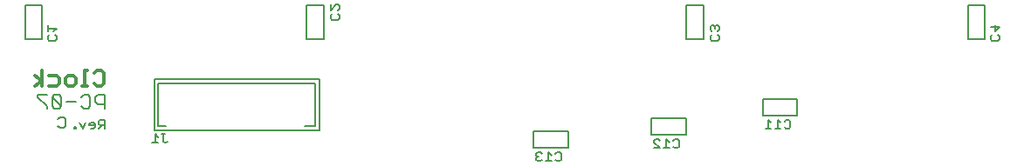
<source format=gbo>
G75*
G70*
%OFA0B0*%
%FSLAX24Y24*%
%IPPOS*%
%LPD*%
%AMOC8*
5,1,8,0,0,1.08239X$1,22.5*
%
%ADD10C,0.0070*%
%ADD11C,0.0080*%
%ADD12C,0.0120*%
D10*
X010715Y001865D02*
X010770Y001865D01*
X010770Y001920D01*
X010715Y001920D01*
X010715Y001865D01*
X010918Y002085D02*
X011028Y001865D01*
X011138Y002085D01*
X011286Y002030D02*
X011342Y002085D01*
X011452Y002085D01*
X011507Y002030D01*
X011507Y001920D01*
X011452Y001865D01*
X011342Y001865D01*
X011655Y001865D02*
X011765Y001975D01*
X011710Y001975D02*
X011875Y001975D01*
X011710Y001975D02*
X011655Y002030D01*
X011655Y002140D01*
X011710Y002195D01*
X011875Y002195D01*
X011875Y001865D01*
X011507Y001975D02*
X011286Y001975D01*
X011286Y002030D01*
X013760Y001786D02*
X020060Y001786D01*
X020060Y003755D01*
X013760Y003755D01*
X013760Y001786D01*
X013796Y001638D02*
X013796Y001308D01*
X013906Y001308D02*
X013686Y001308D01*
X014109Y001363D02*
X014109Y001638D01*
X014054Y001638D02*
X014165Y001638D01*
X013906Y001528D02*
X013796Y001638D01*
X014109Y001363D02*
X014165Y001308D01*
X014220Y001308D01*
X014275Y001363D01*
X014193Y001944D02*
X013918Y001944D01*
X013918Y003597D01*
X019902Y003597D01*
X019902Y001944D01*
X019508Y001944D01*
X011875Y002615D02*
X011875Y003145D01*
X011610Y003145D01*
X011521Y003057D01*
X011521Y002880D01*
X011610Y002792D01*
X011875Y002792D01*
X011323Y002703D02*
X011234Y002615D01*
X011057Y002615D01*
X010969Y002703D01*
X011323Y002703D02*
X011323Y003057D01*
X011234Y003145D01*
X011057Y003145D01*
X010969Y003057D01*
X010218Y003057D02*
X010129Y003145D01*
X009952Y003145D01*
X009864Y003057D01*
X010218Y002703D01*
X010129Y002615D01*
X009952Y002615D01*
X009864Y002703D01*
X009864Y003057D01*
X009665Y003145D02*
X009311Y003145D01*
X009311Y003057D01*
X009665Y002703D01*
X009665Y002615D01*
X010218Y002703D02*
X010218Y003057D01*
X010416Y002880D02*
X010770Y002880D01*
X009970Y005215D02*
X009750Y005215D01*
X009695Y005270D01*
X009695Y005380D01*
X009750Y005435D01*
X009970Y005435D02*
X010025Y005380D01*
X010025Y005270D01*
X009970Y005215D01*
X009480Y005270D02*
X009480Y006590D01*
X008840Y006590D01*
X008840Y005270D01*
X009480Y005270D01*
X009695Y005583D02*
X009695Y005804D01*
X009695Y005693D02*
X010025Y005693D01*
X009915Y005583D01*
X019590Y005270D02*
X020230Y005270D01*
X020230Y006590D01*
X019590Y006590D01*
X019590Y005270D01*
X020495Y006070D02*
X020550Y006015D01*
X020770Y006015D01*
X020825Y006070D01*
X020825Y006180D01*
X020770Y006235D01*
X020550Y006235D02*
X020495Y006180D01*
X020495Y006070D01*
X020495Y006383D02*
X020715Y006604D01*
X020770Y006604D01*
X020825Y006548D01*
X020825Y006438D01*
X020770Y006383D01*
X020495Y006383D02*
X020495Y006604D01*
X034090Y006590D02*
X034090Y005270D01*
X034730Y005270D01*
X034730Y006590D01*
X034090Y006590D01*
X034995Y005748D02*
X034995Y005638D01*
X035050Y005583D01*
X035270Y005583D02*
X035325Y005638D01*
X035325Y005748D01*
X035270Y005804D01*
X035215Y005804D01*
X035160Y005748D01*
X035160Y005693D01*
X035160Y005748D02*
X035105Y005804D01*
X035050Y005804D01*
X034995Y005748D01*
X035050Y005435D02*
X034995Y005380D01*
X034995Y005270D01*
X035050Y005215D01*
X035270Y005215D01*
X035325Y005270D01*
X035325Y005380D01*
X035270Y005435D01*
X044840Y005270D02*
X045480Y005270D01*
X045480Y006590D01*
X044840Y006590D01*
X044840Y005270D01*
X045695Y005270D02*
X045695Y005380D01*
X045750Y005435D01*
X045970Y005435D02*
X046025Y005380D01*
X046025Y005270D01*
X045970Y005215D01*
X045750Y005215D01*
X045695Y005270D01*
X045860Y005583D02*
X045860Y005804D01*
X045695Y005748D02*
X046025Y005748D01*
X045860Y005583D01*
X038320Y003000D02*
X037000Y003000D01*
X037000Y002360D01*
X038320Y002360D01*
X038320Y003000D01*
X034070Y002250D02*
X032750Y002250D01*
X032750Y001610D01*
X034070Y001610D01*
X034070Y002250D01*
X037093Y001855D02*
X037313Y001855D01*
X037203Y001855D02*
X037203Y002185D01*
X037313Y002075D01*
X037572Y002185D02*
X037682Y002075D01*
X037572Y002185D02*
X037572Y001855D01*
X037682Y001855D02*
X037461Y001855D01*
X037830Y001910D02*
X037885Y001855D01*
X037995Y001855D01*
X038050Y001910D01*
X038050Y002130D01*
X037995Y002185D01*
X037885Y002185D01*
X037830Y002130D01*
X033800Y001380D02*
X033800Y001160D01*
X033745Y001105D01*
X033635Y001105D01*
X033580Y001160D01*
X033432Y001105D02*
X033211Y001105D01*
X033322Y001105D02*
X033322Y001435D01*
X033432Y001325D01*
X033580Y001380D02*
X033635Y001435D01*
X033745Y001435D01*
X033800Y001380D01*
X033063Y001380D02*
X033008Y001435D01*
X032898Y001435D01*
X032843Y001380D01*
X032843Y001325D01*
X033063Y001105D01*
X032843Y001105D01*
X029570Y001110D02*
X029570Y001750D01*
X028250Y001750D01*
X028250Y001110D01*
X029570Y001110D01*
X029300Y000880D02*
X029245Y000935D01*
X029135Y000935D01*
X029080Y000880D01*
X028932Y000825D02*
X028822Y000935D01*
X028822Y000605D01*
X028932Y000605D02*
X028711Y000605D01*
X028563Y000660D02*
X028508Y000605D01*
X028398Y000605D01*
X028343Y000660D01*
X028343Y000715D01*
X028398Y000770D01*
X028453Y000770D01*
X028398Y000770D02*
X028343Y000825D01*
X028343Y000880D01*
X028398Y000935D01*
X028508Y000935D01*
X028563Y000880D01*
X029300Y000880D02*
X029300Y000660D01*
X029245Y000605D01*
X029135Y000605D01*
X029080Y000660D01*
D11*
X010160Y001870D02*
X010090Y001940D01*
X010160Y001870D02*
X010300Y001870D01*
X010370Y001940D01*
X010370Y002220D01*
X010300Y002290D01*
X010160Y002290D01*
X010090Y002220D01*
D12*
X010034Y003490D02*
X009744Y003490D01*
X009487Y003490D02*
X009487Y004070D01*
X009744Y003877D02*
X010034Y003877D01*
X010131Y003780D01*
X010131Y003587D01*
X010034Y003490D01*
X010389Y003587D02*
X010389Y003780D01*
X010486Y003877D01*
X010679Y003877D01*
X010776Y003780D01*
X010776Y003587D01*
X010679Y003490D01*
X010486Y003490D01*
X010389Y003587D01*
X011012Y003490D02*
X011205Y003490D01*
X011109Y003490D02*
X011109Y004070D01*
X011205Y004070D01*
X011463Y003974D02*
X011560Y004070D01*
X011753Y004070D01*
X011850Y003974D01*
X011850Y003587D01*
X011753Y003490D01*
X011560Y003490D01*
X011463Y003587D01*
X009487Y003683D02*
X009196Y003877D01*
X009487Y003683D02*
X009196Y003490D01*
M02*

</source>
